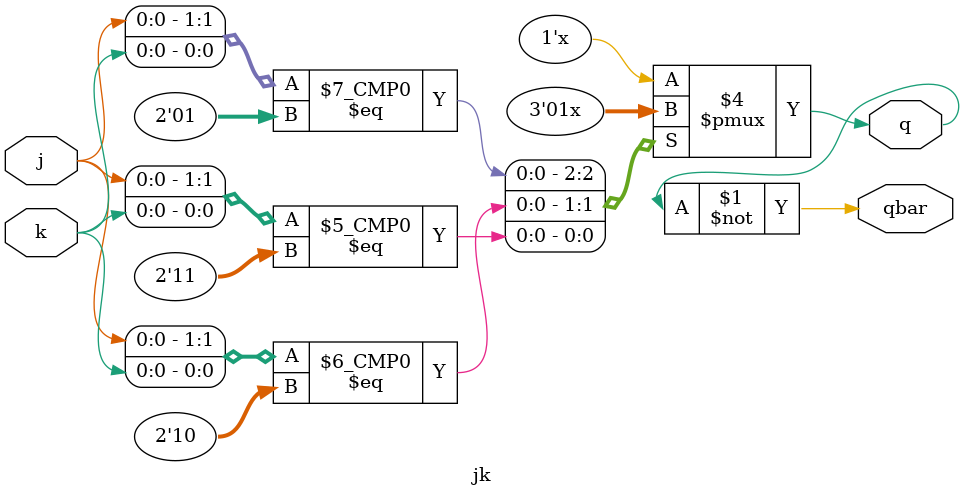
<source format=v>
module jk (
  input j,
  input k,
  output reg q,
  output qbar);

  assign qbar = ~q;
  always @(j,k) begin
    case ({j,k})
      2'b00:q <= q;
      2'b01:q <= 0;
      2'b10:q <= 1;
      2'b11:q <=~ q;
    endcase
  end
endmodule

</source>
